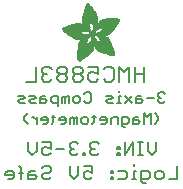
<source format=gbr>
G04 EAGLE Gerber RS-274X export*
G75*
%MOMM*%
%FSLAX34Y34*%
%LPD*%
%INSilkscreen Bottom*%
%IPPOS*%
%AMOC8*
5,1,8,0,0,1.08239X$1,22.5*%
G01*
%ADD10C,0.177800*%
%ADD11C,0.127000*%
%ADD12R,0.068600X0.007600*%
%ADD13R,0.114300X0.007600*%
%ADD14R,0.152400X0.007700*%
%ADD15R,0.182900X0.007600*%
%ADD16R,0.205700X0.007600*%
%ADD17R,0.228600X0.007600*%
%ADD18R,0.259100X0.007600*%
%ADD19R,0.274300X0.007700*%
%ADD20R,0.289500X0.007600*%
%ADD21R,0.304800X0.007600*%
%ADD22R,0.320100X0.007600*%
%ADD23R,0.342900X0.007600*%
%ADD24R,0.350500X0.007700*%
%ADD25R,0.365800X0.007600*%
%ADD26R,0.381000X0.007600*%
%ADD27R,0.388600X0.007600*%
%ADD28R,0.403800X0.007600*%
%ADD29R,0.419100X0.007700*%
%ADD30R,0.426700X0.007600*%
%ADD31R,0.441900X0.007600*%
%ADD32R,0.449600X0.007600*%
%ADD33R,0.464800X0.007600*%
%ADD34R,0.480000X0.007700*%
%ADD35R,0.487600X0.007600*%
%ADD36R,0.495300X0.007600*%
%ADD37R,0.510500X0.007600*%
%ADD38R,0.518100X0.007600*%
%ADD39R,0.525700X0.007700*%
%ADD40R,0.541000X0.007600*%
%ADD41R,0.548600X0.007600*%
%ADD42R,0.563800X0.007600*%
%ADD43R,0.571500X0.007600*%
%ADD44R,0.579100X0.007700*%
%ADD45R,0.594300X0.007600*%
%ADD46R,0.601900X0.007600*%
%ADD47R,0.609600X0.007600*%
%ADD48R,0.624800X0.007600*%
%ADD49R,0.632400X0.007700*%
%ADD50R,0.640000X0.007600*%
%ADD51R,0.655300X0.007600*%
%ADD52R,0.662900X0.007600*%
%ADD53R,0.678100X0.007600*%
%ADD54R,0.685800X0.007700*%
%ADD55R,0.693400X0.007600*%
%ADD56R,0.708600X0.007600*%
%ADD57R,0.716200X0.007600*%
%ADD58R,0.723900X0.007600*%
%ADD59R,0.739100X0.007700*%
%ADD60R,0.746700X0.007600*%
%ADD61R,0.754300X0.007600*%
%ADD62R,0.769600X0.007600*%
%ADD63R,0.777200X0.007600*%
%ADD64R,0.792400X0.007700*%
%ADD65R,0.800100X0.007600*%
%ADD66R,0.807700X0.007600*%
%ADD67R,0.822900X0.007600*%
%ADD68R,0.830500X0.007600*%
%ADD69R,0.838200X0.007700*%
%ADD70R,0.091500X0.007600*%
%ADD71R,0.853400X0.007600*%
%ADD72R,0.144700X0.007600*%
%ADD73R,0.861000X0.007600*%
%ADD74R,0.190500X0.007600*%
%ADD75R,0.876300X0.007600*%
%ADD76R,0.221000X0.007600*%
%ADD77R,0.883900X0.007600*%
%ADD78R,0.259000X0.007700*%
%ADD79R,0.891500X0.007700*%
%ADD80R,0.289600X0.007600*%
%ADD81R,0.906700X0.007600*%
%ADD82R,0.914400X0.007600*%
%ADD83R,0.350500X0.007600*%
%ADD84R,0.922000X0.007600*%
%ADD85R,0.937200X0.007600*%
%ADD86R,0.411400X0.007700*%
%ADD87R,0.944800X0.007700*%
%ADD88R,0.434300X0.007600*%
%ADD89R,0.952500X0.007600*%
%ADD90R,0.464900X0.007600*%
%ADD91R,0.967700X0.007600*%
%ADD92R,0.975300X0.007600*%
%ADD93R,0.518200X0.007600*%
%ADD94R,0.990600X0.007600*%
%ADD95R,0.548600X0.007700*%
%ADD96R,0.998200X0.007700*%
%ADD97R,1.005800X0.007600*%
%ADD98R,0.594400X0.007600*%
%ADD99R,1.021000X0.007600*%
%ADD100R,0.617200X0.007600*%
%ADD101R,1.028700X0.007600*%
%ADD102R,0.647700X0.007600*%
%ADD103R,1.036300X0.007600*%
%ADD104R,0.670500X0.007700*%
%ADD105R,1.051500X0.007700*%
%ADD106R,1.059100X0.007600*%
%ADD107R,0.716300X0.007600*%
%ADD108R,1.066800X0.007600*%
%ADD109R,0.739100X0.007600*%
%ADD110R,1.074400X0.007600*%
%ADD111R,0.762000X0.007600*%
%ADD112R,1.089600X0.007600*%
%ADD113R,0.784800X0.007700*%
%ADD114R,1.097200X0.007700*%
%ADD115R,1.104900X0.007600*%
%ADD116R,0.830600X0.007600*%
%ADD117R,1.112500X0.007600*%
%ADD118R,0.845800X0.007600*%
%ADD119R,1.120100X0.007600*%
%ADD120R,0.868700X0.007600*%
%ADD121R,1.127700X0.007600*%
%ADD122R,1.135300X0.007700*%
%ADD123R,1.143000X0.007600*%
%ADD124R,0.944900X0.007600*%
%ADD125R,1.150600X0.007600*%
%ADD126R,0.960100X0.007600*%
%ADD127R,1.158200X0.007600*%
%ADD128R,0.983000X0.007600*%
%ADD129R,1.165800X0.007600*%
%ADD130R,1.005900X0.007700*%
%ADD131R,1.173400X0.007700*%
%ADD132R,1.021100X0.007600*%
%ADD133R,1.181100X0.007600*%
%ADD134R,1.044000X0.007600*%
%ADD135R,1.188700X0.007600*%
%ADD136R,1.196300X0.007600*%
%ADD137R,1.082000X0.007600*%
%ADD138R,1.203900X0.007600*%
%ADD139R,1.104900X0.007700*%
%ADD140R,1.211500X0.007700*%
%ADD141R,1.211500X0.007600*%
%ADD142R,1.219200X0.007600*%
%ADD143R,1.226800X0.007600*%
%ADD144R,1.234400X0.007600*%
%ADD145R,1.188700X0.007700*%
%ADD146R,1.242000X0.007700*%
%ADD147R,1.242000X0.007600*%
%ADD148R,1.211600X0.007600*%
%ADD149R,1.249600X0.007600*%
%ADD150R,1.257300X0.007600*%
%ADD151R,1.264900X0.007600*%
%ADD152R,1.242100X0.007700*%
%ADD153R,1.264900X0.007700*%
%ADD154R,1.272500X0.007600*%
%ADD155R,1.265000X0.007600*%
%ADD156R,1.280100X0.007600*%
%ADD157R,1.272600X0.007600*%
%ADD158R,1.287700X0.007600*%
%ADD159R,1.287800X0.007600*%
%ADD160R,1.295400X0.007700*%
%ADD161R,1.303000X0.007600*%
%ADD162R,1.318200X0.007600*%
%ADD163R,1.310600X0.007600*%
%ADD164R,1.325900X0.007600*%
%ADD165R,1.341100X0.007700*%
%ADD166R,1.318200X0.007700*%
%ADD167R,1.341100X0.007600*%
%ADD168R,1.325800X0.007600*%
%ADD169R,1.348700X0.007600*%
%ADD170R,1.364000X0.007600*%
%ADD171R,1.333500X0.007600*%
%ADD172R,1.371600X0.007700*%
%ADD173R,1.379200X0.007600*%
%ADD174R,1.379300X0.007600*%
%ADD175R,1.386900X0.007600*%
%ADD176R,1.394500X0.007600*%
%ADD177R,1.356300X0.007600*%
%ADD178R,1.394400X0.007700*%
%ADD179R,1.356300X0.007700*%
%ADD180R,1.402000X0.007600*%
%ADD181R,1.409700X0.007600*%
%ADD182R,1.363900X0.007600*%
%ADD183R,1.417300X0.007600*%
%ADD184R,1.371600X0.007600*%
%ADD185R,1.424900X0.007700*%
%ADD186R,1.424900X0.007600*%
%ADD187R,1.432600X0.007600*%
%ADD188R,1.440200X0.007600*%
%ADD189R,1.386800X0.007600*%
%ADD190R,1.447800X0.007700*%
%ADD191R,1.386800X0.007700*%
%ADD192R,1.447800X0.007600*%
%ADD193R,1.455500X0.007600*%
%ADD194R,1.394400X0.007600*%
%ADD195R,1.463100X0.007600*%
%ADD196R,1.455400X0.007700*%
%ADD197R,1.463000X0.007600*%
%ADD198R,1.470600X0.007600*%
%ADD199R,1.470600X0.007700*%
%ADD200R,1.409700X0.007700*%
%ADD201R,1.470700X0.007600*%
%ADD202R,1.402100X0.007600*%
%ADD203R,1.478300X0.007600*%
%ADD204R,1.478300X0.007700*%
%ADD205R,1.402100X0.007700*%
%ADD206R,1.485900X0.007600*%
%ADD207R,1.485900X0.007700*%
%ADD208R,1.493500X0.007700*%
%ADD209R,1.493500X0.007600*%
%ADD210R,1.394500X0.007700*%
%ADD211R,1.493600X0.007700*%
%ADD212R,1.386900X0.007700*%
%ADD213R,1.379200X0.007700*%
%ADD214R,2.857500X0.007700*%
%ADD215R,2.857500X0.007600*%
%ADD216R,2.849900X0.007600*%
%ADD217R,2.842300X0.007600*%
%ADD218R,2.834700X0.007700*%
%ADD219R,2.827000X0.007600*%
%ADD220R,2.819400X0.007600*%
%ADD221R,2.811800X0.007600*%
%ADD222R,2.811800X0.007700*%
%ADD223R,2.804100X0.007600*%
%ADD224R,2.796500X0.007600*%
%ADD225R,1.966000X0.007600*%
%ADD226R,1.943100X0.007600*%
%ADD227R,0.754400X0.007600*%
%ADD228R,1.927900X0.007700*%
%ADD229R,0.746700X0.007700*%
%ADD230R,1.912600X0.007600*%
%ADD231R,0.731500X0.007600*%
%ADD232R,1.905000X0.007600*%
%ADD233R,1.882200X0.007600*%
%ADD234R,1.874600X0.007600*%
%ADD235R,1.866900X0.007700*%
%ADD236R,0.708700X0.007700*%
%ADD237R,1.851600X0.007600*%
%ADD238R,0.701100X0.007600*%
%ADD239R,1.844000X0.007600*%
%ADD240R,1.836400X0.007600*%
%ADD241R,1.821200X0.007600*%
%ADD242R,0.685800X0.007600*%
%ADD243R,1.813500X0.007700*%
%ADD244R,1.805900X0.007600*%
%ADD245R,0.678200X0.007600*%
%ADD246R,1.790700X0.007600*%
%ADD247R,0.670600X0.007600*%
%ADD248R,1.775500X0.007600*%
%ADD249R,1.767900X0.007700*%
%ADD250R,0.663000X0.007700*%
%ADD251R,1.760200X0.007600*%
%ADD252R,1.752600X0.007600*%
%ADD253R,0.937300X0.007600*%
%ADD254R,0.792500X0.007600*%
%ADD255R,0.899100X0.007600*%
%ADD256R,0.883900X0.007700*%
%ADD257R,0.716300X0.007700*%
%ADD258R,0.647700X0.007700*%
%ADD259R,0.640100X0.007600*%
%ADD260R,0.632500X0.007600*%
%ADD261R,0.655400X0.007600*%
%ADD262R,0.632400X0.007600*%
%ADD263R,0.845800X0.007700*%
%ADD264R,0.617200X0.007700*%
%ADD265R,0.624800X0.007700*%
%ADD266R,0.602000X0.007600*%
%ADD267R,0.838200X0.007600*%
%ADD268R,0.586700X0.007600*%
%ADD269R,0.548700X0.007600*%
%ADD270R,0.830500X0.007700*%
%ADD271R,0.541000X0.007700*%
%ADD272R,0.594300X0.007700*%
%ADD273R,0.525800X0.007600*%
%ADD274R,0.586800X0.007600*%
%ADD275R,0.815300X0.007600*%
%ADD276R,0.579200X0.007600*%
%ADD277R,0.815400X0.007600*%
%ADD278R,0.815400X0.007700*%
%ADD279R,0.571500X0.007700*%
%ADD280R,0.807800X0.007600*%
%ADD281R,0.563900X0.007600*%
%ADD282R,0.457200X0.007600*%
%ADD283R,0.442000X0.007600*%
%ADD284R,0.556300X0.007600*%
%ADD285R,0.807700X0.007700*%
%ADD286R,0.411500X0.007600*%
%ADD287R,0.533400X0.007600*%
%ADD288R,0.076200X0.007600*%
%ADD289R,0.403900X0.007600*%
%ADD290R,0.525700X0.007600*%
%ADD291R,0.388700X0.007600*%
%ADD292R,0.297200X0.007600*%
%ADD293R,0.373400X0.007700*%
%ADD294R,0.503000X0.007700*%
%ADD295R,0.426800X0.007700*%
%ADD296R,0.358100X0.007600*%
%ADD297R,0.502900X0.007600*%
%ADD298R,0.472400X0.007600*%
%ADD299R,0.487700X0.007600*%
%ADD300R,0.335300X0.007600*%
%ADD301R,0.792500X0.007700*%
%ADD302R,0.327600X0.007700*%
%ADD303R,0.472400X0.007700*%
%ADD304R,0.640000X0.007700*%
%ADD305R,0.784800X0.007600*%
%ADD306R,0.320000X0.007600*%
%ADD307R,0.792400X0.007600*%
%ADD308R,1.173400X0.007600*%
%ADD309R,1.196400X0.007600*%
%ADD310R,0.784900X0.007600*%
%ADD311R,0.784900X0.007700*%
%ADD312R,0.297200X0.007700*%
%ADD313R,1.249700X0.007600*%
%ADD314R,0.281900X0.007600*%
%ADD315R,1.295400X0.007600*%
%ADD316R,0.266700X0.007600*%
%ADD317R,0.777300X0.007700*%
%ADD318R,0.266700X0.007700*%
%ADD319R,1.333500X0.007700*%
%ADD320R,0.777300X0.007600*%
%ADD321R,1.348800X0.007600*%
%ADD322R,0.251500X0.007600*%
%ADD323R,0.243900X0.007700*%
%ADD324R,0.243900X0.007600*%
%ADD325R,1.440100X0.007600*%
%ADD326R,0.236200X0.007600*%
%ADD327R,0.762000X0.007700*%
%ADD328R,0.236200X0.007700*%
%ADD329R,1.508700X0.007700*%
%ADD330R,1.531600X0.007600*%
%ADD331R,1.546900X0.007600*%
%ADD332R,1.569700X0.007600*%
%ADD333R,1.585000X0.007600*%
%ADD334R,0.746800X0.007700*%
%ADD335R,1.607800X0.007700*%
%ADD336R,0.243800X0.007600*%
%ADD337R,1.630700X0.007600*%
%ADD338R,1.653500X0.007600*%
%ADD339R,0.739200X0.007600*%
%ADD340R,1.684000X0.007600*%
%ADD341R,2.019300X0.007600*%
%ADD342R,0.731500X0.007700*%
%ADD343R,2.026900X0.007700*%
%ADD344R,2.049800X0.007600*%
%ADD345R,2.057400X0.007600*%
%ADD346R,0.708700X0.007600*%
%ADD347R,2.072600X0.007600*%
%ADD348R,0.701000X0.007600*%
%ADD349R,2.095500X0.007600*%
%ADD350R,0.693500X0.007700*%
%ADD351R,2.110800X0.007700*%
%ADD352R,2.141200X0.007600*%
%ADD353R,0.060900X0.007600*%
%ADD354R,2.872700X0.007600*%
%ADD355R,3.124200X0.007600*%
%ADD356R,3.177600X0.007600*%
%ADD357R,3.215600X0.007700*%
%ADD358R,3.253700X0.007600*%
%ADD359R,3.284300X0.007600*%
%ADD360R,3.314700X0.007600*%
%ADD361R,3.352800X0.007600*%
%ADD362R,3.375600X0.007700*%
%ADD363R,3.406200X0.007600*%
%ADD364R,3.429000X0.007600*%
%ADD365R,3.451800X0.007600*%
%ADD366R,3.482400X0.007600*%
%ADD367R,1.828800X0.007700*%
%ADD368R,1.539300X0.007700*%
%ADD369R,1.767900X0.007600*%
%ADD370R,1.767800X0.007600*%
%ADD371R,1.760200X0.007700*%
%ADD372R,1.760300X0.007600*%
%ADD373R,1.775400X0.007700*%
%ADD374R,1.379300X0.007700*%
%ADD375R,1.783000X0.007600*%
%ADD376R,1.813500X0.007600*%
%ADD377R,1.821100X0.007700*%
%ADD378R,0.503000X0.007600*%
%ADD379R,1.135400X0.007600*%
%ADD380R,1.127700X0.007700*%
%ADD381R,0.487700X0.007700*%
%ADD382R,1.120200X0.007600*%
%ADD383R,1.097300X0.007600*%
%ADD384R,0.510600X0.007600*%
%ADD385R,1.074400X0.007700*%
%ADD386R,0.525800X0.007700*%
%ADD387R,1.440200X0.007700*%
%ADD388R,1.059200X0.007600*%
%ADD389R,1.051600X0.007600*%
%ADD390R,1.051500X0.007600*%
%ADD391R,1.043900X0.007700*%
%ADD392R,0.602000X0.007700*%
%ADD393R,1.524000X0.007600*%
%ADD394R,1.539300X0.007600*%
%ADD395R,1.592600X0.007600*%
%ADD396R,1.021100X0.007700*%
%ADD397R,1.615400X0.007700*%
%ADD398R,1.013400X0.007600*%
%ADD399R,1.653600X0.007600*%
%ADD400R,1.013500X0.007600*%
%ADD401R,1.699300X0.007600*%
%ADD402R,2.743200X0.007600*%
%ADD403R,1.005900X0.007600*%
%ADD404R,2.415500X0.007600*%
%ADD405R,1.005800X0.007700*%
%ADD406R,0.281900X0.007700*%
%ADD407R,2.408000X0.007700*%
%ADD408R,2.407900X0.007600*%
%ADD409R,0.998200X0.007600*%
%ADD410R,0.282000X0.007600*%
%ADD411R,0.998300X0.007600*%
%ADD412R,2.400300X0.007600*%
%ADD413R,0.289500X0.007700*%
%ADD414R,2.400300X0.007700*%
%ADD415R,0.297100X0.007600*%
%ADD416R,0.312400X0.007600*%
%ADD417R,2.392700X0.007600*%
%ADD418R,0.990600X0.007700*%
%ADD419R,0.327700X0.007700*%
%ADD420R,2.392700X0.007700*%
%ADD421R,2.385100X0.007600*%
%ADD422R,0.381000X0.007700*%
%ADD423R,2.377400X0.007700*%
%ADD424R,2.377400X0.007600*%
%ADD425R,2.369800X0.007600*%
%ADD426R,0.419100X0.007600*%
%ADD427R,2.362200X0.007600*%
%ADD428R,0.426800X0.007600*%
%ADD429R,1.036300X0.007700*%
%ADD430R,0.442000X0.007700*%
%ADD431R,2.354600X0.007700*%
%ADD432R,2.354600X0.007600*%
%ADD433R,0.480100X0.007600*%
%ADD434R,2.347000X0.007600*%
%ADD435R,1.074500X0.007600*%
%ADD436R,2.339400X0.007600*%
%ADD437R,1.082100X0.007700*%
%ADD438R,0.548700X0.007700*%
%ADD439R,2.331800X0.007700*%
%ADD440R,2.331800X0.007600*%
%ADD441R,0.624900X0.007600*%
%ADD442R,2.324100X0.007600*%
%ADD443R,1.859300X0.007600*%
%ADD444R,2.308800X0.007600*%
%ADD445R,2.301200X0.007700*%
%ADD446R,2.301200X0.007600*%
%ADD447R,2.293600X0.007600*%
%ADD448R,2.278400X0.007600*%
%ADD449R,1.889800X0.007600*%
%ADD450R,2.270700X0.007600*%
%ADD451R,1.897400X0.007700*%
%ADD452R,2.255500X0.007700*%
%ADD453R,1.897400X0.007600*%
%ADD454R,2.247900X0.007600*%
%ADD455R,2.232600X0.007600*%
%ADD456R,1.912700X0.007600*%
%ADD457R,2.209800X0.007600*%
%ADD458R,1.920300X0.007600*%
%ADD459R,2.186900X0.007600*%
%ADD460R,1.920300X0.007700*%
%ADD461R,2.171700X0.007700*%
%ADD462R,1.935500X0.007600*%
%ADD463R,2.148800X0.007600*%
%ADD464R,2.126000X0.007600*%
%ADD465R,1.950700X0.007600*%
%ADD466R,1.958400X0.007700*%
%ADD467R,2.042200X0.007700*%
%ADD468R,1.973600X0.007600*%
%ADD469R,1.996500X0.007600*%
%ADD470R,1.981200X0.007600*%
%ADD471R,1.988800X0.007600*%
%ADD472R,1.996400X0.007700*%
%ADD473R,1.996400X0.007600*%
%ADD474R,2.004100X0.007600*%
%ADD475R,1.874500X0.007600*%
%ADD476R,1.425000X0.007600*%
%ADD477R,2.026900X0.007600*%
%ADD478R,0.434400X0.007700*%
%ADD479R,1.364000X0.007700*%
%ADD480R,2.034500X0.007600*%
%ADD481R,0.434400X0.007600*%
%ADD482R,2.049700X0.007600*%
%ADD483R,2.065000X0.007700*%
%ADD484R,0.464800X0.007700*%
%ADD485R,1.196300X0.007700*%
%ADD486R,2.080300X0.007600*%
%ADD487R,1.158300X0.007600*%
%ADD488R,2.087900X0.007600*%
%ADD489R,0.472500X0.007600*%
%ADD490R,2.103100X0.007600*%
%ADD491R,2.118400X0.007600*%
%ADD492R,2.133600X0.007600*%
%ADD493R,2.148800X0.007700*%
%ADD494R,2.164000X0.007600*%
%ADD495R,2.171700X0.007600*%
%ADD496R,2.187000X0.007600*%
%ADD497R,0.556200X0.007600*%
%ADD498R,2.202200X0.007700*%
%ADD499R,0.556200X0.007700*%
%ADD500R,0.640100X0.007700*%
%ADD501R,0.579100X0.007600*%
%ADD502R,0.480000X0.007600*%
%ADD503R,1.752600X0.007700*%
%ADD504R,0.487600X0.007700*%
%ADD505R,0.594400X0.007700*%
%ADD506R,0.358100X0.007700*%
%ADD507R,0.099000X0.007600*%
%ADD508R,1.280200X0.007600*%
%ADD509R,1.745000X0.007600*%
%ADD510R,1.744900X0.007600*%
%ADD511R,1.737300X0.007700*%
%ADD512R,1.737400X0.007600*%
%ADD513R,1.729800X0.007600*%
%ADD514R,1.722200X0.007600*%
%ADD515R,1.722100X0.007600*%
%ADD516R,1.714500X0.007700*%
%ADD517R,1.356400X0.007700*%
%ADD518R,1.706900X0.007600*%
%ADD519R,1.356400X0.007600*%
%ADD520R,1.691700X0.007600*%
%ADD521R,1.668800X0.007700*%
%ADD522R,1.645900X0.007600*%
%ADD523R,1.623100X0.007600*%
%ADD524R,1.577400X0.007600*%
%ADD525R,1.554400X0.007600*%
%ADD526R,1.539200X0.007600*%
%ADD527R,1.524000X0.007700*%
%ADD528R,1.501100X0.007600*%
%ADD529R,1.455400X0.007600*%
%ADD530R,1.348800X0.007700*%
%ADD531R,1.318300X0.007600*%
%ADD532R,1.310600X0.007700*%
%ADD533R,1.287800X0.007700*%
%ADD534R,1.234500X0.007600*%
%ADD535R,1.226900X0.007600*%
%ADD536R,1.173500X0.007700*%
%ADD537R,1.173500X0.007600*%
%ADD538R,1.165900X0.007600*%
%ADD539R,1.143000X0.007700*%
%ADD540R,1.127800X0.007600*%
%ADD541R,1.097200X0.007600*%
%ADD542R,1.028700X0.007700*%
%ADD543R,0.982900X0.007600*%
%ADD544R,0.952500X0.007700*%
%ADD545R,0.929600X0.007600*%
%ADD546R,0.906800X0.007700*%
%ADD547R,0.906800X0.007600*%
%ADD548R,0.899200X0.007600*%
%ADD549R,0.884000X0.007600*%
%ADD550R,0.876300X0.007700*%
%ADD551R,0.830600X0.007700*%
%ADD552R,0.754400X0.007700*%
%ADD553R,0.746800X0.007600*%
%ADD554R,0.708600X0.007700*%
%ADD555R,0.678200X0.007700*%
%ADD556R,0.663000X0.007600*%
%ADD557R,0.632500X0.007700*%
%ADD558R,0.556300X0.007700*%
%ADD559R,0.518200X0.007700*%
%ADD560R,0.434300X0.007700*%
%ADD561R,0.396300X0.007700*%
%ADD562R,0.373300X0.007600*%
%ADD563R,0.365700X0.007600*%
%ADD564R,0.327700X0.007600*%
%ADD565R,0.304800X0.007700*%
%ADD566R,0.274300X0.007600*%
%ADD567R,0.243800X0.007700*%
%ADD568R,0.205800X0.007600*%
%ADD569R,0.152400X0.007600*%
%ADD570R,0.121900X0.007700*%


D10*
X143891Y71510D02*
X143891Y64223D01*
X140247Y60579D01*
X136603Y64223D01*
X136603Y71510D01*
X132197Y60579D02*
X128553Y60579D01*
X130375Y60579D02*
X130375Y71510D01*
X132197Y71510D02*
X128553Y71510D01*
X124401Y71510D02*
X124401Y60579D01*
X117114Y60579D02*
X124401Y71510D01*
X117114Y71510D02*
X117114Y60579D01*
X112707Y67867D02*
X110885Y67867D01*
X110885Y66045D01*
X112707Y66045D01*
X112707Y67867D01*
X112707Y62401D02*
X110885Y62401D01*
X110885Y60579D01*
X112707Y60579D01*
X112707Y62401D01*
X95166Y69688D02*
X93344Y71510D01*
X89701Y71510D01*
X87879Y69688D01*
X87879Y67867D01*
X89701Y66045D01*
X91522Y66045D01*
X89701Y66045D02*
X87879Y64223D01*
X87879Y62401D01*
X89701Y60579D01*
X93344Y60579D01*
X95166Y62401D01*
X83472Y62401D02*
X83472Y60579D01*
X83472Y62401D02*
X81650Y62401D01*
X81650Y60579D01*
X83472Y60579D01*
X77625Y69688D02*
X75803Y71510D01*
X72160Y71510D01*
X70338Y69688D01*
X70338Y67867D01*
X72160Y66045D01*
X73981Y66045D01*
X72160Y66045D02*
X70338Y64223D01*
X70338Y62401D01*
X72160Y60579D01*
X75803Y60579D01*
X77625Y62401D01*
X65931Y66045D02*
X58644Y66045D01*
X54237Y71510D02*
X46950Y71510D01*
X54237Y71510D02*
X54237Y66045D01*
X50594Y67867D01*
X48772Y67867D01*
X46950Y66045D01*
X46950Y62401D01*
X48772Y60579D01*
X52415Y60579D01*
X54237Y62401D01*
X42543Y64223D02*
X42543Y71510D01*
X42543Y64223D02*
X38900Y60579D01*
X35256Y64223D01*
X35256Y71510D01*
X161671Y51190D02*
X161671Y40259D01*
X154383Y40259D01*
X148155Y40259D02*
X144511Y40259D01*
X142690Y42081D01*
X142690Y45725D01*
X144511Y47547D01*
X148155Y47547D01*
X149977Y45725D01*
X149977Y42081D01*
X148155Y40259D01*
X134639Y36615D02*
X132817Y36615D01*
X130996Y38437D01*
X130996Y47547D01*
X136461Y47547D01*
X138283Y45725D01*
X138283Y42081D01*
X136461Y40259D01*
X130996Y40259D01*
X126589Y47547D02*
X124767Y47547D01*
X124767Y40259D01*
X126589Y40259D02*
X122945Y40259D01*
X124767Y51190D02*
X124767Y53012D01*
X116971Y47547D02*
X111506Y47547D01*
X116971Y47547D02*
X118793Y45725D01*
X118793Y42081D01*
X116971Y40259D01*
X111506Y40259D01*
X107099Y47547D02*
X105277Y47547D01*
X105277Y45725D01*
X107099Y45725D01*
X107099Y47547D01*
X107099Y42081D02*
X105277Y42081D01*
X105277Y40259D01*
X107099Y40259D01*
X107099Y42081D01*
X89558Y51190D02*
X82271Y51190D01*
X89558Y51190D02*
X89558Y45725D01*
X85914Y47547D01*
X84093Y47547D01*
X82271Y45725D01*
X82271Y42081D01*
X84093Y40259D01*
X87736Y40259D01*
X89558Y42081D01*
X77864Y43903D02*
X77864Y51190D01*
X77864Y43903D02*
X74221Y40259D01*
X70577Y43903D01*
X70577Y51190D01*
X49011Y51190D02*
X47189Y49368D01*
X49011Y51190D02*
X52654Y51190D01*
X54476Y49368D01*
X54476Y47547D01*
X52654Y45725D01*
X49011Y45725D01*
X47189Y43903D01*
X47189Y42081D01*
X49011Y40259D01*
X52654Y40259D01*
X54476Y42081D01*
X40960Y47547D02*
X37317Y47547D01*
X35495Y45725D01*
X35495Y40259D01*
X40960Y40259D01*
X42782Y42081D01*
X40960Y43903D01*
X35495Y43903D01*
X29267Y40259D02*
X29267Y49368D01*
X27445Y51190D01*
X27445Y45725D02*
X31088Y45725D01*
X21471Y40259D02*
X17827Y40259D01*
X21471Y40259D02*
X23292Y42081D01*
X23292Y45725D01*
X21471Y47547D01*
X17827Y47547D01*
X16005Y45725D01*
X16005Y43903D01*
X23292Y43903D01*
X133731Y122809D02*
X133731Y135266D01*
X133731Y129037D02*
X125427Y129037D01*
X125427Y122809D02*
X125427Y135266D01*
X120634Y135266D02*
X120634Y122809D01*
X116482Y131113D02*
X120634Y135266D01*
X116482Y131113D02*
X112329Y135266D01*
X112329Y122809D01*
X101308Y135266D02*
X99232Y133190D01*
X101308Y135266D02*
X105460Y135266D01*
X107537Y133190D01*
X107537Y124885D01*
X105460Y122809D01*
X101308Y122809D01*
X99232Y124885D01*
X94439Y135266D02*
X86135Y135266D01*
X94439Y135266D02*
X94439Y129037D01*
X90287Y131113D01*
X88211Y131113D01*
X86135Y129037D01*
X86135Y124885D01*
X88211Y122809D01*
X92363Y122809D01*
X94439Y124885D01*
X81342Y133190D02*
X79266Y135266D01*
X75114Y135266D01*
X73038Y133190D01*
X73038Y131113D01*
X75114Y129037D01*
X73038Y126961D01*
X73038Y124885D01*
X75114Y122809D01*
X79266Y122809D01*
X81342Y124885D01*
X81342Y126961D01*
X79266Y129037D01*
X81342Y131113D01*
X81342Y133190D01*
X79266Y129037D02*
X75114Y129037D01*
X68245Y133190D02*
X66169Y135266D01*
X62016Y135266D01*
X59940Y133190D01*
X59940Y131113D01*
X62016Y129037D01*
X59940Y126961D01*
X59940Y124885D01*
X62016Y122809D01*
X66169Y122809D01*
X68245Y124885D01*
X68245Y126961D01*
X66169Y129037D01*
X68245Y131113D01*
X68245Y133190D01*
X66169Y129037D02*
X62016Y129037D01*
X55148Y133190D02*
X53071Y135266D01*
X48919Y135266D01*
X46843Y133190D01*
X46843Y131113D01*
X48919Y129037D01*
X50995Y129037D01*
X48919Y129037D02*
X46843Y126961D01*
X46843Y124885D01*
X48919Y122809D01*
X53071Y122809D01*
X55148Y124885D01*
X42050Y122809D02*
X42050Y135266D01*
X42050Y122809D02*
X33746Y122809D01*
D11*
X149439Y113673D02*
X150922Y112190D01*
X149439Y113673D02*
X146473Y113673D01*
X144990Y112190D01*
X144990Y110707D01*
X146473Y109224D01*
X147956Y109224D01*
X146473Y109224D02*
X144990Y107741D01*
X144990Y106258D01*
X146473Y104775D01*
X149439Y104775D01*
X150922Y106258D01*
X141567Y109224D02*
X135635Y109224D01*
X130729Y110707D02*
X127763Y110707D01*
X126280Y109224D01*
X126280Y104775D01*
X130729Y104775D01*
X132212Y106258D01*
X130729Y107741D01*
X126280Y107741D01*
X122857Y110707D02*
X116925Y104775D01*
X122857Y104775D02*
X116925Y110707D01*
X113501Y110707D02*
X112019Y110707D01*
X112019Y104775D01*
X113501Y104775D02*
X110536Y104775D01*
X112019Y113673D02*
X112019Y115156D01*
X107265Y104775D02*
X102816Y104775D01*
X101333Y106258D01*
X102816Y107741D01*
X105782Y107741D01*
X107265Y109224D01*
X105782Y110707D01*
X101333Y110707D01*
X84105Y113673D02*
X82623Y112190D01*
X84105Y113673D02*
X87071Y113673D01*
X88554Y112190D01*
X88554Y106258D01*
X87071Y104775D01*
X84105Y104775D01*
X82623Y106258D01*
X77716Y104775D02*
X74750Y104775D01*
X73267Y106258D01*
X73267Y109224D01*
X74750Y110707D01*
X77716Y110707D01*
X79199Y109224D01*
X79199Y106258D01*
X77716Y104775D01*
X69844Y104775D02*
X69844Y110707D01*
X68361Y110707D01*
X66878Y109224D01*
X66878Y104775D01*
X66878Y109224D02*
X65395Y110707D01*
X63912Y109224D01*
X63912Y104775D01*
X60489Y101809D02*
X60489Y110707D01*
X56040Y110707D01*
X54557Y109224D01*
X54557Y106258D01*
X56040Y104775D01*
X60489Y104775D01*
X49651Y110707D02*
X46685Y110707D01*
X45202Y109224D01*
X45202Y104775D01*
X49651Y104775D01*
X51134Y106258D01*
X49651Y107741D01*
X45202Y107741D01*
X41778Y104775D02*
X37330Y104775D01*
X35847Y106258D01*
X37330Y107741D01*
X40295Y107741D01*
X41778Y109224D01*
X40295Y110707D01*
X35847Y110707D01*
X32423Y104775D02*
X27974Y104775D01*
X26491Y106258D01*
X27974Y107741D01*
X30940Y107741D01*
X32423Y109224D01*
X30940Y110707D01*
X26491Y110707D01*
X142499Y86995D02*
X145465Y89961D01*
X145465Y92927D01*
X142499Y95893D01*
X139228Y95893D02*
X139228Y86995D01*
X136262Y92927D02*
X139228Y95893D01*
X136262Y92927D02*
X133296Y95893D01*
X133296Y86995D01*
X128390Y92927D02*
X125424Y92927D01*
X123941Y91444D01*
X123941Y86995D01*
X128390Y86995D01*
X129873Y88478D01*
X128390Y89961D01*
X123941Y89961D01*
X117552Y84029D02*
X116069Y84029D01*
X114586Y85512D01*
X114586Y92927D01*
X119035Y92927D01*
X120518Y91444D01*
X120518Y88478D01*
X119035Y86995D01*
X114586Y86995D01*
X111163Y86995D02*
X111163Y92927D01*
X106714Y92927D01*
X105231Y91444D01*
X105231Y86995D01*
X100325Y86995D02*
X97359Y86995D01*
X100325Y86995D02*
X101807Y88478D01*
X101807Y91444D01*
X100325Y92927D01*
X97359Y92927D01*
X95876Y91444D01*
X95876Y89961D01*
X101807Y89961D01*
X90969Y88478D02*
X90969Y94410D01*
X90969Y88478D02*
X89486Y86995D01*
X89486Y92927D02*
X92452Y92927D01*
X84733Y86995D02*
X81767Y86995D01*
X80284Y88478D01*
X80284Y91444D01*
X81767Y92927D01*
X84733Y92927D01*
X86215Y91444D01*
X86215Y88478D01*
X84733Y86995D01*
X76860Y86995D02*
X76860Y92927D01*
X75377Y92927D01*
X73894Y91444D01*
X73894Y86995D01*
X73894Y91444D02*
X72412Y92927D01*
X70929Y91444D01*
X70929Y86995D01*
X66022Y86995D02*
X63056Y86995D01*
X66022Y86995D02*
X67505Y88478D01*
X67505Y91444D01*
X66022Y92927D01*
X63056Y92927D01*
X61573Y91444D01*
X61573Y89961D01*
X67505Y89961D01*
X56667Y88478D02*
X56667Y94410D01*
X56667Y88478D02*
X55184Y86995D01*
X55184Y92927D02*
X58150Y92927D01*
X50430Y86995D02*
X47464Y86995D01*
X50430Y86995D02*
X51913Y88478D01*
X51913Y91444D01*
X50430Y92927D01*
X47464Y92927D01*
X45981Y91444D01*
X45981Y89961D01*
X51913Y89961D01*
X42558Y86995D02*
X42558Y92927D01*
X42558Y89961D02*
X39592Y92927D01*
X38109Y92927D01*
X34762Y86995D02*
X31796Y89961D01*
X31796Y92927D01*
X34762Y95893D01*
D12*
X78892Y139700D03*
D13*
X78893Y139776D03*
D14*
X78930Y139853D03*
D15*
X78931Y139929D03*
D16*
X78893Y140005D03*
D17*
X78930Y140081D03*
D18*
X78931Y140157D03*
D19*
X78931Y140234D03*
D20*
X78931Y140310D03*
D21*
X79007Y140386D03*
D22*
X79007Y140462D03*
D23*
X79045Y140538D03*
D24*
X79083Y140615D03*
D25*
X79083Y140691D03*
D26*
X79159Y140767D03*
D27*
X79197Y140843D03*
D28*
X79197Y140919D03*
D29*
X79274Y140996D03*
D30*
X79312Y141072D03*
D31*
X79388Y141148D03*
D32*
X79426Y141224D03*
D33*
X79426Y141300D03*
D34*
X79502Y141377D03*
D35*
X79540Y141453D03*
D36*
X79579Y141529D03*
D37*
X79655Y141605D03*
D38*
X79693Y141681D03*
D39*
X79731Y141758D03*
D40*
X79807Y141834D03*
D41*
X79845Y141910D03*
D42*
X79921Y141986D03*
D43*
X79960Y142062D03*
D44*
X79998Y142139D03*
D45*
X80074Y142215D03*
D46*
X80112Y142291D03*
D47*
X80150Y142367D03*
D48*
X80226Y142443D03*
D49*
X80264Y142520D03*
D50*
X80302Y142596D03*
D51*
X80379Y142672D03*
D52*
X80417Y142748D03*
D53*
X80493Y142824D03*
D54*
X80531Y142901D03*
D55*
X80569Y142977D03*
D56*
X80645Y143053D03*
D57*
X80683Y143129D03*
D58*
X80722Y143205D03*
D59*
X80798Y143282D03*
D60*
X80836Y143358D03*
D61*
X80874Y143434D03*
D62*
X80950Y143510D03*
D63*
X80988Y143586D03*
D64*
X81064Y143663D03*
D65*
X81103Y143739D03*
D66*
X81141Y143815D03*
D67*
X81217Y143891D03*
D68*
X81255Y143967D03*
D69*
X81293Y144044D03*
D70*
X106820Y144120D03*
D71*
X81369Y144120D03*
D72*
X106782Y144196D03*
D73*
X81407Y144196D03*
D74*
X106706Y144272D03*
D75*
X81484Y144272D03*
D76*
X106629Y144348D03*
D77*
X81522Y144348D03*
D78*
X106591Y144425D03*
D79*
X81560Y144425D03*
D80*
X106515Y144501D03*
D81*
X81636Y144501D03*
D22*
X106439Y144577D03*
D82*
X81674Y144577D03*
D83*
X106363Y144653D03*
D84*
X81712Y144653D03*
D26*
X106286Y144729D03*
D85*
X81788Y144729D03*
D86*
X106210Y144806D03*
D87*
X81826Y144806D03*
D88*
X106096Y144882D03*
D89*
X81865Y144882D03*
D90*
X106020Y144958D03*
D91*
X81941Y144958D03*
D36*
X105944Y145034D03*
D92*
X81979Y145034D03*
D93*
X105829Y145110D03*
D94*
X82055Y145110D03*
D95*
X105753Y145187D03*
D96*
X82093Y145187D03*
D43*
X105639Y145263D03*
D97*
X82131Y145263D03*
D98*
X105524Y145339D03*
D99*
X82207Y145339D03*
D100*
X105410Y145415D03*
D101*
X82246Y145415D03*
D102*
X105334Y145491D03*
D103*
X82284Y145491D03*
D104*
X105220Y145568D03*
D105*
X82360Y145568D03*
D55*
X105105Y145644D03*
D106*
X82398Y145644D03*
D107*
X104991Y145720D03*
D108*
X82436Y145720D03*
D109*
X104877Y145796D03*
D110*
X82474Y145796D03*
D111*
X104762Y145872D03*
D112*
X82550Y145872D03*
D113*
X104648Y145949D03*
D114*
X82588Y145949D03*
D66*
X104534Y146025D03*
D115*
X82627Y146025D03*
D116*
X104419Y146101D03*
D117*
X82665Y146101D03*
D118*
X104267Y146177D03*
D119*
X82703Y146177D03*
D120*
X104153Y146253D03*
D121*
X82741Y146253D03*
D79*
X104039Y146330D03*
D122*
X82779Y146330D03*
D84*
X103886Y146406D03*
D123*
X82817Y146406D03*
D124*
X103772Y146482D03*
D125*
X82855Y146482D03*
D126*
X103620Y146558D03*
D127*
X82893Y146558D03*
D128*
X103505Y146634D03*
D129*
X82931Y146634D03*
D130*
X103391Y146711D03*
D131*
X82969Y146711D03*
D132*
X103239Y146787D03*
D133*
X83008Y146787D03*
D134*
X103124Y146863D03*
D135*
X83046Y146863D03*
D108*
X103010Y146939D03*
D136*
X83084Y146939D03*
D137*
X102857Y147015D03*
D138*
X83122Y147015D03*
D139*
X102743Y147092D03*
D140*
X83160Y147092D03*
D119*
X102667Y147168D03*
D141*
X83160Y147168D03*
D123*
X102552Y147244D03*
D142*
X83198Y147244D03*
D125*
X102438Y147320D03*
D143*
X83236Y147320D03*
D129*
X102362Y147396D03*
D144*
X83274Y147396D03*
D145*
X102248Y147473D03*
D146*
X83312Y147473D03*
D136*
X102134Y147549D03*
D147*
X83312Y147549D03*
D148*
X102057Y147625D03*
D149*
X83350Y147625D03*
D143*
X101981Y147701D03*
D150*
X83389Y147701D03*
D143*
X101905Y147777D03*
D151*
X83427Y147777D03*
D152*
X101829Y147854D03*
D153*
X83427Y147854D03*
D150*
X101753Y147930D03*
D154*
X83465Y147930D03*
D155*
X101638Y148006D03*
D156*
X83503Y148006D03*
D157*
X101600Y148082D03*
D158*
X83541Y148082D03*
D159*
X101524Y148158D03*
D158*
X83541Y148158D03*
D160*
X101409Y148235D03*
X83579Y148235D03*
D161*
X101371Y148311D03*
X83617Y148311D03*
D162*
X101295Y148387D03*
D161*
X83617Y148387D03*
D162*
X101219Y148463D03*
D163*
X83655Y148463D03*
D164*
X101181Y148539D03*
D163*
X83655Y148539D03*
D165*
X101105Y148616D03*
D166*
X83693Y148616D03*
D167*
X101029Y148692D03*
D168*
X83731Y148692D03*
D169*
X100991Y148768D03*
D168*
X83731Y148768D03*
D170*
X100914Y148844D03*
D171*
X83770Y148844D03*
D170*
X100838Y148920D03*
D171*
X83770Y148920D03*
D172*
X100800Y148997D03*
D165*
X83808Y148997D03*
D173*
X100762Y149073D03*
D167*
X83808Y149073D03*
D174*
X100686Y149149D03*
D169*
X83846Y149149D03*
D175*
X100648Y149225D03*
D169*
X83846Y149225D03*
D176*
X100610Y149301D03*
D177*
X83884Y149301D03*
D178*
X100533Y149378D03*
D179*
X83884Y149378D03*
D180*
X100495Y149454D03*
D177*
X83884Y149454D03*
D181*
X100457Y149530D03*
D182*
X83922Y149530D03*
D181*
X100381Y149606D03*
D182*
X83922Y149606D03*
D183*
X100343Y149682D03*
D184*
X83960Y149682D03*
D185*
X100305Y149759D03*
D172*
X83960Y149759D03*
D186*
X100229Y149835D03*
D184*
X83960Y149835D03*
D187*
X100190Y149911D03*
D173*
X83998Y149911D03*
D188*
X100152Y149987D03*
D173*
X83998Y149987D03*
D188*
X100076Y150063D03*
D189*
X84036Y150063D03*
D190*
X100038Y150140D03*
D191*
X84036Y150140D03*
D192*
X100038Y150216D03*
D189*
X84036Y150216D03*
D192*
X99962Y150292D03*
D189*
X84036Y150292D03*
D193*
X99924Y150368D03*
D194*
X84074Y150368D03*
D195*
X99886Y150444D03*
D194*
X84074Y150444D03*
D196*
X99847Y150521D03*
D178*
X84074Y150521D03*
D197*
X99809Y150597D03*
D180*
X84112Y150597D03*
D198*
X99771Y150673D03*
D180*
X84112Y150673D03*
D197*
X99733Y150749D03*
D180*
X84112Y150749D03*
D198*
X99695Y150825D03*
D180*
X84112Y150825D03*
D199*
X99695Y150902D03*
D200*
X84151Y150902D03*
D201*
X99619Y150978D03*
D202*
X84189Y150978D03*
D203*
X99581Y151054D03*
D202*
X84189Y151054D03*
D203*
X99581Y151130D03*
D202*
X84189Y151130D03*
D203*
X99505Y151206D03*
D202*
X84189Y151206D03*
D204*
X99505Y151283D03*
D205*
X84189Y151283D03*
D206*
X99467Y151359D03*
D181*
X84227Y151359D03*
D203*
X99429Y151435D03*
D181*
X84227Y151435D03*
D206*
X99391Y151511D03*
D181*
X84227Y151511D03*
D206*
X99391Y151587D03*
D181*
X84227Y151587D03*
D207*
X99314Y151664D03*
D200*
X84227Y151664D03*
D206*
X99314Y151740D03*
D181*
X84227Y151740D03*
D206*
X99314Y151816D03*
D181*
X84227Y151816D03*
D206*
X99238Y151892D03*
D202*
X84265Y151892D03*
D206*
X99238Y151968D03*
D202*
X84265Y151968D03*
D208*
X99200Y152045D03*
D205*
X84265Y152045D03*
D206*
X99162Y152121D03*
D202*
X84265Y152121D03*
D206*
X99162Y152197D03*
D202*
X84265Y152197D03*
D209*
X99124Y152273D03*
D202*
X84265Y152273D03*
D206*
X99086Y152349D03*
D202*
X84265Y152349D03*
D207*
X99086Y152426D03*
D210*
X84303Y152426D03*
D209*
X99048Y152502D03*
D176*
X84303Y152502D03*
D206*
X99010Y152578D03*
D176*
X84303Y152578D03*
D206*
X99010Y152654D03*
D176*
X84303Y152654D03*
D206*
X99010Y152730D03*
D176*
X84303Y152730D03*
D211*
X98971Y152807D03*
D212*
X84341Y152807D03*
D206*
X98933Y152883D03*
D175*
X84341Y152883D03*
D206*
X98933Y152959D03*
D175*
X84341Y152959D03*
D209*
X98895Y153035D03*
D175*
X84341Y153035D03*
D206*
X98857Y153111D03*
D173*
X84379Y153111D03*
D207*
X98857Y153188D03*
D213*
X84379Y153188D03*
D209*
X98819Y153264D03*
D173*
X84379Y153264D03*
D206*
X98781Y153340D03*
D173*
X84379Y153340D03*
D206*
X98781Y153416D03*
D184*
X84417Y153416D03*
D206*
X98781Y153492D03*
D184*
X84417Y153492D03*
D214*
X91847Y153569D03*
D215*
X91847Y153645D03*
D216*
X91885Y153721D03*
D217*
X91847Y153797D03*
X91847Y153873D03*
D218*
X91885Y153950D03*
D219*
X91846Y154026D03*
X91846Y154102D03*
D220*
X91884Y154178D03*
D221*
X91846Y154254D03*
D222*
X91846Y154331D03*
D223*
X91885Y154407D03*
D224*
X91847Y154483D03*
D225*
X95999Y154559D03*
D62*
X81788Y154559D03*
D226*
X96114Y154635D03*
D227*
X81712Y154635D03*
D228*
X96114Y154712D03*
D229*
X81674Y154712D03*
D230*
X96190Y154788D03*
D231*
X81674Y154788D03*
D232*
X96228Y154864D03*
D231*
X81674Y154864D03*
D233*
X96266Y154940D03*
D107*
X81674Y154940D03*
D234*
X96304Y155016D03*
D107*
X81674Y155016D03*
D235*
X96343Y155093D03*
D236*
X81712Y155093D03*
D237*
X96342Y155169D03*
D238*
X81674Y155169D03*
D239*
X96380Y155245D03*
D55*
X81712Y155245D03*
D240*
X96418Y155321D03*
D55*
X81712Y155321D03*
D241*
X96418Y155397D03*
D242*
X81750Y155397D03*
D243*
X96457Y155474D03*
D54*
X81750Y155474D03*
D244*
X96495Y155550D03*
D245*
X81788Y155550D03*
D246*
X96495Y155626D03*
D245*
X81788Y155626D03*
D246*
X96495Y155702D03*
D247*
X81826Y155702D03*
D248*
X96495Y155778D03*
D247*
X81826Y155778D03*
D249*
X96533Y155855D03*
D250*
X81864Y155855D03*
D251*
X96571Y155931D03*
D51*
X81903Y155931D03*
D252*
X96533Y156007D03*
D51*
X81903Y156007D03*
D253*
X100610Y156083D03*
D254*
X91809Y156083D03*
D102*
X81941Y156083D03*
D255*
X100724Y156159D03*
D109*
X91618Y156159D03*
D102*
X82017Y156159D03*
D256*
X100800Y156236D03*
D257*
X91504Y156236D03*
D258*
X82017Y156236D03*
D120*
X100800Y156312D03*
D55*
X91465Y156312D03*
D259*
X82055Y156312D03*
D120*
X100800Y156388D03*
D247*
X91427Y156388D03*
D260*
X82093Y156388D03*
D71*
X100800Y156464D03*
D261*
X91351Y156464D03*
D48*
X82131Y156464D03*
D71*
X100800Y156540D03*
D262*
X91313Y156540D03*
D48*
X82131Y156540D03*
D263*
X100762Y156617D03*
D264*
X91237Y156617D03*
D265*
X82207Y156617D03*
D118*
X100762Y156693D03*
D266*
X91237Y156693D03*
D100*
X82245Y156693D03*
D267*
X100724Y156769D03*
D268*
X91161Y156769D03*
D47*
X82283Y156769D03*
D267*
X100724Y156845D03*
D43*
X91161Y156845D03*
D266*
X82321Y156845D03*
D68*
X100686Y156921D03*
D269*
X91123Y156921D03*
D46*
X82398Y156921D03*
D270*
X100686Y156998D03*
D271*
X91084Y156998D03*
D272*
X82436Y156998D03*
D67*
X100648Y157074D03*
D273*
X91084Y157074D03*
D268*
X82474Y157074D03*
D67*
X100648Y157150D03*
D93*
X91046Y157150D03*
D274*
X82550Y157150D03*
D275*
X100610Y157226D03*
D36*
X91009Y157226D03*
D276*
X82588Y157226D03*
D277*
X100533Y157302D03*
D35*
X90970Y157302D03*
D43*
X82627Y157302D03*
D278*
X100533Y157379D03*
D34*
X90932Y157379D03*
D279*
X82703Y157379D03*
D280*
X100495Y157455D03*
D33*
X90932Y157455D03*
D281*
X82741Y157455D03*
D277*
X100457Y157531D03*
D282*
X90894Y157531D03*
D281*
X82817Y157531D03*
D66*
X100419Y157607D03*
D283*
X90894Y157607D03*
D284*
X82855Y157607D03*
D65*
X100381Y157683D03*
D88*
X90856Y157683D03*
D40*
X82931Y157683D03*
D285*
X100343Y157760D03*
D29*
X90856Y157760D03*
D271*
X83007Y157760D03*
D65*
X100305Y157836D03*
D286*
X90818Y157836D03*
D287*
X83045Y157836D03*
D288*
X78092Y157836D03*
D65*
X100229Y157912D03*
D289*
X90780Y157912D03*
D290*
X83160Y157912D03*
D76*
X78054Y157912D03*
D65*
X100229Y157988D03*
D291*
X90780Y157988D03*
D38*
X83198Y157988D03*
D292*
X78054Y157988D03*
D65*
X100153Y158064D03*
D26*
X90741Y158064D03*
D93*
X83274Y158064D03*
D25*
X78016Y158064D03*
D64*
X100114Y158141D03*
D293*
X90703Y158141D03*
D294*
X83350Y158141D03*
D295*
X78016Y158141D03*
D254*
X100038Y158217D03*
D296*
X90704Y158217D03*
D297*
X83427Y158217D03*
D298*
X78016Y158217D03*
D65*
X100000Y158293D03*
D296*
X90704Y158293D03*
D299*
X83503Y158293D03*
D93*
X78016Y158293D03*
D254*
X99962Y158369D03*
D83*
X90666Y158369D03*
D299*
X83579Y158369D03*
D42*
X78016Y158369D03*
D254*
X99886Y158445D03*
D300*
X90666Y158445D03*
D298*
X83655Y158445D03*
D266*
X77978Y158445D03*
D301*
X99810Y158522D03*
D302*
X90627Y158522D03*
D303*
X83731Y158522D03*
D304*
X78016Y158522D03*
D305*
X99771Y158598D03*
D306*
X90589Y158598D03*
D282*
X83807Y158598D03*
D242*
X78016Y158598D03*
D307*
X99733Y158674D03*
D306*
X90589Y158674D03*
D308*
X80302Y158674D03*
D254*
X99657Y158750D03*
D21*
X90589Y158750D03*
D309*
X80264Y158750D03*
D310*
X99619Y158826D03*
D292*
X90551Y158826D03*
D148*
X80188Y158826D03*
D311*
X99543Y158903D03*
D312*
X90551Y158903D03*
D152*
X80112Y158903D03*
D310*
X99467Y158979D03*
D80*
X90513Y158979D03*
D313*
X80074Y158979D03*
D305*
X99390Y159055D03*
D314*
X90475Y159055D03*
D154*
X80036Y159055D03*
D305*
X99314Y159131D03*
D314*
X90475Y159131D03*
D315*
X79997Y159131D03*
D63*
X99276Y159207D03*
D316*
X90475Y159207D03*
D163*
X79921Y159207D03*
D317*
X99200Y159284D03*
D318*
X90475Y159284D03*
D319*
X79883Y159284D03*
D320*
X99124Y159360D03*
D18*
X90437Y159360D03*
D321*
X79883Y159360D03*
D63*
X99047Y159436D03*
D18*
X90437Y159436D03*
D184*
X79845Y159436D03*
D63*
X98971Y159512D03*
D322*
X90399Y159512D03*
D175*
X79769Y159512D03*
D63*
X98895Y159588D03*
D322*
X90399Y159588D03*
D202*
X79769Y159588D03*
D317*
X98819Y159665D03*
D323*
X90361Y159665D03*
D185*
X79731Y159665D03*
D62*
X98704Y159741D03*
D324*
X90361Y159741D03*
D325*
X79731Y159741D03*
D62*
X98628Y159817D03*
D326*
X90322Y159817D03*
D193*
X79731Y159817D03*
D62*
X98552Y159893D03*
D326*
X90322Y159893D03*
D203*
X79693Y159893D03*
D62*
X98476Y159969D03*
D17*
X90284Y159969D03*
D209*
X79693Y159969D03*
D327*
X98361Y160046D03*
D328*
X90246Y160046D03*
D329*
X79693Y160046D03*
D111*
X98285Y160122D03*
D326*
X90246Y160122D03*
D330*
X79654Y160122D03*
D111*
X98133Y160198D03*
D326*
X90246Y160198D03*
D331*
X79655Y160198D03*
D111*
X98057Y160274D03*
D17*
X90208Y160274D03*
D332*
X79617Y160274D03*
D227*
X97942Y160350D03*
D326*
X90170Y160350D03*
D333*
X79616Y160350D03*
D334*
X97828Y160427D03*
D328*
X90170Y160427D03*
D335*
X79654Y160427D03*
D60*
X97676Y160503D03*
D336*
X90132Y160503D03*
D337*
X79617Y160503D03*
D60*
X97600Y160579D03*
D322*
X90094Y160579D03*
D338*
X79655Y160579D03*
D339*
X97409Y160655D03*
D316*
X90018Y160655D03*
D340*
X79654Y160655D03*
D231*
X97295Y160731D03*
D341*
X81255Y160731D03*
D342*
X97143Y160808D03*
D343*
X81217Y160808D03*
D58*
X96952Y160884D03*
D344*
X81178Y160884D03*
D107*
X96762Y160960D03*
D345*
X81140Y160960D03*
D346*
X96571Y161036D03*
D347*
X81140Y161036D03*
D348*
X96380Y161112D03*
D349*
X81103Y161112D03*
D350*
X96114Y161189D03*
D351*
X81102Y161189D03*
D55*
X95885Y161265D03*
D352*
X81102Y161265D03*
D353*
X100343Y161341D03*
D354*
X84684Y161341D03*
D355*
X85865Y161417D03*
D356*
X85979Y161493D03*
D357*
X86093Y161570D03*
D358*
X86132Y161646D03*
D359*
X86208Y161722D03*
D360*
X86284Y161798D03*
D361*
X86322Y161874D03*
D362*
X86360Y161951D03*
D363*
X86360Y162027D03*
D364*
X86398Y162103D03*
D365*
X86436Y162179D03*
D366*
X86436Y162255D03*
D367*
X94856Y162332D03*
D368*
X76645Y162332D03*
D246*
X95200Y162408D03*
D206*
X76302Y162408D03*
D369*
X95390Y162484D03*
D197*
X76035Y162484D03*
D370*
X95542Y162560D03*
D188*
X75844Y162560D03*
D369*
X95695Y162636D03*
D186*
X75616Y162636D03*
D371*
X95809Y162713D03*
D200*
X75464Y162713D03*
D251*
X95961Y162789D03*
D194*
X75311Y162789D03*
D251*
X96037Y162865D03*
D176*
X75159Y162865D03*
D372*
X96114Y162941D03*
D189*
X75044Y162941D03*
D248*
X96190Y163017D03*
D173*
X74854Y163017D03*
D373*
X96266Y163094D03*
D374*
X74778Y163094D03*
D375*
X96304Y163170D03*
D184*
X74663Y163170D03*
D246*
X96343Y163246D03*
D184*
X74511Y163246D03*
D244*
X96419Y163322D03*
D184*
X74435Y163322D03*
D376*
X96457Y163398D03*
D170*
X74320Y163398D03*
D377*
X96495Y163475D03*
D172*
X74206Y163475D03*
D142*
X99581Y163551D03*
D290*
X90018Y163551D03*
D184*
X74130Y163551D03*
D133*
X99848Y163627D03*
D378*
X89827Y163627D03*
D174*
X74016Y163627D03*
D127*
X100038Y163703D03*
D299*
X89751Y163703D03*
D173*
X73939Y163703D03*
D379*
X100228Y163779D03*
D299*
X89675Y163779D03*
D189*
X73901Y163779D03*
D380*
X100343Y163856D03*
D381*
X89599Y163856D03*
D178*
X73787Y163856D03*
D382*
X100533Y163932D03*
D36*
X89561Y163932D03*
D176*
X73711Y163932D03*
D117*
X100648Y164008D03*
D36*
X89485Y164008D03*
D181*
X73635Y164008D03*
D383*
X100800Y164084D03*
D378*
X89446Y164084D03*
D183*
X73597Y164084D03*
D137*
X100876Y164160D03*
D384*
X89408Y164160D03*
D186*
X73559Y164160D03*
D385*
X100990Y164237D03*
D386*
X89332Y164237D03*
D387*
X73482Y164237D03*
D108*
X101105Y164313D03*
D287*
X89294Y164313D03*
D192*
X73444Y164313D03*
D388*
X101219Y164389D03*
D269*
X89218Y164389D03*
D197*
X73368Y164389D03*
D389*
X101333Y164465D03*
D281*
X89142Y164465D03*
D201*
X73330Y164465D03*
D390*
X101410Y164541D03*
D276*
X89065Y164541D03*
D206*
X73330Y164541D03*
D391*
X101524Y164618D03*
D392*
X89027Y164618D03*
D329*
X73292Y164618D03*
D134*
X101600Y164694D03*
D100*
X88951Y164694D03*
D393*
X73292Y164694D03*
D103*
X101715Y164770D03*
D102*
X88875Y164770D03*
D394*
X73292Y164770D03*
D103*
X101791Y164846D03*
D247*
X88760Y164846D03*
D332*
X73292Y164846D03*
D132*
X101867Y164922D03*
D348*
X88684Y164922D03*
D395*
X73330Y164922D03*
D396*
X101943Y164999D03*
D59*
X88570Y164999D03*
D397*
X73368Y164999D03*
D398*
X102057Y165075D03*
D63*
X88379Y165075D03*
D399*
X73406Y165075D03*
D400*
X102134Y165151D03*
D116*
X88189Y165151D03*
D401*
X73559Y165151D03*
D400*
X102210Y165227D03*
D402*
X78702Y165227D03*
D403*
X102248Y165303D03*
D80*
X91046Y165303D03*
D404*
X76988Y165303D03*
D405*
X102324Y165380D03*
D406*
X91161Y165380D03*
D407*
X76873Y165380D03*
D97*
X102400Y165456D03*
D314*
X91237Y165456D03*
D408*
X76797Y165456D03*
D409*
X102438Y165532D03*
D410*
X91313Y165532D03*
D408*
X76721Y165532D03*
D409*
X102514Y165608D03*
D80*
X91351Y165608D03*
D408*
X76645Y165608D03*
D411*
X102591Y165684D03*
D80*
X91427Y165684D03*
D412*
X76607Y165684D03*
D96*
X102667Y165761D03*
D413*
X91504Y165761D03*
D414*
X76531Y165761D03*
D94*
X102705Y165837D03*
D415*
X91542Y165837D03*
D412*
X76454Y165837D03*
D94*
X102781Y165913D03*
D21*
X91656Y165913D03*
D412*
X76454Y165913D03*
D409*
X102819Y165989D03*
D416*
X91694Y165989D03*
D417*
X76416Y165989D03*
D409*
X102895Y166065D03*
D306*
X91732Y166065D03*
D417*
X76340Y166065D03*
D418*
X102933Y166142D03*
D419*
X91847Y166142D03*
D420*
X76340Y166142D03*
D411*
X102972Y166218D03*
D300*
X91885Y166218D03*
D421*
X76302Y166218D03*
D409*
X103048Y166294D03*
D83*
X91961Y166294D03*
D421*
X76302Y166294D03*
D97*
X103086Y166370D03*
D296*
X91999Y166370D03*
D421*
X76226Y166370D03*
D409*
X103124Y166446D03*
D25*
X92113Y166446D03*
D421*
X76226Y166446D03*
D405*
X103162Y166523D03*
D422*
X92189Y166523D03*
D423*
X76187Y166523D03*
D398*
X103200Y166599D03*
D27*
X92227Y166599D03*
D424*
X76187Y166599D03*
D398*
X103200Y166675D03*
D289*
X92304Y166675D03*
D425*
X76149Y166675D03*
D132*
X103239Y166751D03*
D426*
X92380Y166751D03*
D427*
X76187Y166751D03*
D101*
X103277Y166827D03*
D428*
X92494Y166827D03*
D427*
X76187Y166827D03*
D429*
X103315Y166904D03*
D430*
X92570Y166904D03*
D431*
X76149Y166904D03*
D103*
X103315Y166980D03*
D90*
X92685Y166980D03*
D432*
X76149Y166980D03*
D390*
X103315Y167056D03*
D433*
X92761Y167056D03*
D434*
X76111Y167056D03*
D106*
X103353Y167132D03*
D378*
X92875Y167132D03*
D434*
X76111Y167132D03*
D435*
X103353Y167208D03*
D273*
X92989Y167208D03*
D436*
X76149Y167208D03*
D437*
X103315Y167285D03*
D438*
X93104Y167285D03*
D439*
X76111Y167285D03*
D115*
X103277Y167361D03*
D276*
X93256Y167361D03*
D440*
X76111Y167361D03*
D123*
X103162Y167437D03*
D441*
X93485Y167437D03*
D442*
X76150Y167437D03*
D443*
X99657Y167513D03*
D442*
X76150Y167513D03*
D443*
X99657Y167589D03*
D444*
X76149Y167589D03*
D235*
X99695Y167666D03*
D445*
X76187Y167666D03*
D234*
X99733Y167742D03*
D446*
X76187Y167742D03*
D234*
X99733Y167818D03*
D447*
X76225Y167818D03*
D233*
X99771Y167894D03*
D448*
X76225Y167894D03*
D449*
X99809Y167970D03*
D450*
X76264Y167970D03*
D451*
X99847Y168047D03*
D452*
X76340Y168047D03*
D453*
X99847Y168123D03*
D454*
X76378Y168123D03*
D232*
X99885Y168199D03*
D455*
X76454Y168199D03*
D456*
X99924Y168275D03*
D457*
X76492Y168275D03*
D458*
X99962Y168351D03*
D459*
X76607Y168351D03*
D460*
X99962Y168428D03*
D461*
X76683Y168428D03*
D462*
X99962Y168504D03*
D463*
X76797Y168504D03*
D226*
X100000Y168580D03*
D464*
X76911Y168580D03*
D465*
X100038Y168656D03*
D349*
X77064Y168656D03*
D465*
X100038Y168732D03*
D347*
X77178Y168732D03*
D466*
X100076Y168809D03*
D467*
X77254Y168809D03*
D225*
X100114Y168885D03*
D341*
X77369Y168885D03*
D468*
X100152Y168961D03*
D469*
X77483Y168961D03*
D470*
X100114Y169037D03*
D468*
X77597Y169037D03*
D471*
X100152Y169113D03*
D465*
X77712Y169113D03*
D472*
X100190Y169190D03*
D228*
X77826Y169190D03*
D473*
X100190Y169266D03*
D453*
X77978Y169266D03*
D474*
X100229Y169342D03*
D475*
X78093Y169342D03*
D341*
X100229Y169418D03*
D426*
X85370Y169418D03*
D476*
X76073Y169418D03*
D477*
X100267Y169494D03*
D30*
X85332Y169494D03*
D194*
X76149Y169494D03*
D343*
X100267Y169571D03*
D478*
X85293Y169571D03*
D479*
X76225Y169571D03*
D480*
X100305Y169647D03*
D481*
X85293Y169647D03*
D171*
X76302Y169647D03*
D482*
X100305Y169723D03*
D283*
X85255Y169723D03*
D315*
X76340Y169723D03*
D345*
X100343Y169799D03*
D32*
X85217Y169799D03*
D150*
X76454Y169799D03*
D345*
X100343Y169875D03*
D282*
X85179Y169875D03*
D143*
X76530Y169875D03*
D483*
X100381Y169952D03*
D484*
X85141Y169952D03*
D485*
X76607Y169952D03*
D486*
X100381Y170028D03*
D33*
X85141Y170028D03*
D487*
X76645Y170028D03*
D488*
X100419Y170104D03*
D489*
X85103Y170104D03*
D121*
X76721Y170104D03*
D488*
X100419Y170180D03*
D433*
X85065Y170180D03*
D383*
X76797Y170180D03*
D490*
X100419Y170256D03*
D299*
X85027Y170256D03*
D388*
X76835Y170256D03*
D351*
X100457Y170333D03*
D381*
X85027Y170333D03*
D396*
X76950Y170333D03*
D491*
X100419Y170409D03*
D36*
X84989Y170409D03*
D128*
X76987Y170409D03*
D464*
X100457Y170485D03*
D37*
X84989Y170485D03*
D89*
X77064Y170485D03*
D492*
X100495Y170561D03*
D93*
X84950Y170561D03*
D82*
X77102Y170561D03*
D463*
X100495Y170637D03*
D93*
X84950Y170637D03*
D77*
X77178Y170637D03*
D493*
X100495Y170714D03*
D386*
X84912Y170714D03*
D263*
X77216Y170714D03*
D494*
X100495Y170790D03*
D287*
X84874Y170790D03*
D280*
X77254Y170790D03*
D495*
X100534Y170866D03*
D287*
X84874Y170866D03*
D62*
X77292Y170866D03*
D496*
X100533Y170942D03*
D41*
X84874Y170942D03*
D58*
X77369Y170942D03*
D496*
X100533Y171018D03*
D497*
X84836Y171018D03*
D242*
X77406Y171018D03*
D498*
X100533Y171095D03*
D499*
X84836Y171095D03*
D500*
X77407Y171095D03*
D252*
X102857Y171171D03*
D32*
X91770Y171171D03*
D43*
X84836Y171171D03*
D46*
X77445Y171171D03*
D252*
X102933Y171247D03*
D33*
X91770Y171247D03*
D43*
X84836Y171247D03*
D284*
X77445Y171247D03*
D252*
X102933Y171323D03*
D298*
X91732Y171323D03*
D501*
X84798Y171323D03*
D36*
X77445Y171323D03*
D252*
X103010Y171399D03*
D502*
X91770Y171399D03*
D274*
X84836Y171399D03*
D88*
X77521Y171399D03*
D503*
X103086Y171476D03*
D504*
X91732Y171476D03*
D505*
X84798Y171476D03*
D506*
X77521Y171476D03*
D252*
X103086Y171552D03*
D36*
X91694Y171552D03*
D266*
X84836Y171552D03*
D18*
X77559Y171552D03*
D252*
X103162Y171628D03*
D384*
X91694Y171628D03*
D47*
X84798Y171628D03*
D507*
X77597Y171628D03*
D252*
X103238Y171704D03*
D93*
X91656Y171704D03*
D100*
X84836Y171704D03*
D251*
X103276Y171780D03*
D273*
X91618Y171780D03*
D262*
X84836Y171780D03*
D503*
X103314Y171857D03*
D271*
X91618Y171857D03*
D304*
X84874Y171857D03*
D252*
X103391Y171933D03*
D284*
X91542Y171933D03*
D261*
X84874Y171933D03*
D251*
X103429Y172009D03*
D508*
X87998Y172009D03*
D251*
X103505Y172085D03*
D508*
X87998Y172085D03*
D252*
X103543Y172161D03*
D159*
X87960Y172161D03*
D503*
X103619Y172238D03*
D160*
X87998Y172238D03*
D251*
X103657Y172314D03*
D161*
X87960Y172314D03*
D252*
X103695Y172390D03*
D161*
X87960Y172390D03*
D252*
X103772Y172466D03*
D163*
X87998Y172466D03*
D252*
X103848Y172542D03*
D162*
X87960Y172542D03*
D503*
X103848Y172619D03*
D166*
X87960Y172619D03*
D252*
X103924Y172695D03*
D162*
X87960Y172695D03*
D252*
X104000Y172771D03*
D164*
X87999Y172771D03*
D509*
X104038Y172847D03*
D171*
X87961Y172847D03*
D510*
X104115Y172923D03*
D171*
X87961Y172923D03*
D511*
X104153Y173000D03*
D165*
X87999Y173000D03*
D512*
X104229Y173076D03*
D167*
X87999Y173076D03*
D513*
X104267Y173152D03*
D321*
X87960Y173152D03*
D514*
X104305Y173228D03*
D321*
X87960Y173228D03*
D515*
X104382Y173304D03*
D321*
X87960Y173304D03*
D516*
X104420Y173381D03*
D517*
X87998Y173381D03*
D518*
X104458Y173457D03*
D519*
X87998Y173457D03*
D520*
X104534Y173533D03*
D170*
X87960Y173533D03*
D340*
X104572Y173609D03*
D170*
X87960Y173609D03*
D340*
X104648Y173685D03*
D170*
X87960Y173685D03*
D521*
X104648Y173762D03*
D479*
X87960Y173762D03*
D399*
X104724Y173838D03*
D170*
X87960Y173838D03*
D522*
X104763Y173914D03*
D184*
X87998Y173914D03*
D337*
X104839Y173990D03*
D173*
X87960Y173990D03*
D523*
X104877Y174066D03*
D173*
X87960Y174066D03*
D335*
X104953Y174143D03*
D213*
X87960Y174143D03*
D333*
X104991Y174219D03*
D173*
X87960Y174219D03*
D524*
X105029Y174295D03*
D173*
X87960Y174295D03*
D525*
X105067Y174371D03*
D173*
X87960Y174371D03*
D526*
X105143Y174447D03*
D173*
X87960Y174447D03*
D527*
X105219Y174524D03*
D213*
X87960Y174524D03*
D528*
X105258Y174600D03*
D173*
X87960Y174600D03*
D201*
X105334Y174676D03*
D173*
X87960Y174676D03*
D529*
X105410Y174752D03*
D173*
X87960Y174752D03*
D476*
X105486Y174828D03*
D173*
X87960Y174828D03*
D210*
X105563Y174905D03*
D213*
X87960Y174905D03*
D184*
X105677Y174981D03*
D173*
X87960Y174981D03*
D167*
X105753Y175057D03*
D173*
X87960Y175057D03*
D315*
X105829Y175133D03*
D173*
X87960Y175133D03*
D150*
X105944Y175209D03*
D173*
X87960Y175209D03*
D140*
X106020Y175286D03*
D213*
X87960Y175286D03*
D125*
X106172Y175362D03*
D184*
X87922Y175362D03*
D110*
X106324Y175438D03*
D184*
X87922Y175438D03*
D266*
X108077Y175514D03*
D184*
X87922Y175514D03*
X87922Y175590D03*
D172*
X87922Y175667D03*
D184*
X87922Y175743D03*
X87922Y175819D03*
D170*
X87884Y175895D03*
X87884Y175971D03*
D479*
X87884Y176048D03*
D170*
X87884Y176124D03*
D519*
X87922Y176200D03*
D321*
X87884Y176276D03*
X87884Y176352D03*
D530*
X87884Y176429D03*
D321*
X87884Y176505D03*
D167*
X87846Y176581D03*
X87846Y176657D03*
X87846Y176733D03*
D319*
X87884Y176810D03*
D164*
X87846Y176886D03*
X87846Y176962D03*
X87846Y177038D03*
D531*
X87808Y177114D03*
D532*
X87846Y177191D03*
D163*
X87846Y177267D03*
D161*
X87808Y177343D03*
X87808Y177419D03*
X87808Y177495D03*
D533*
X87808Y177572D03*
D159*
X87808Y177648D03*
X87808Y177724D03*
D156*
X87770Y177800D03*
D154*
X87808Y177876D03*
D153*
X87770Y177953D03*
D151*
X87770Y178029D03*
X87770Y178105D03*
D313*
X87770Y178181D03*
X87770Y178257D03*
D152*
X87732Y178334D03*
D534*
X87770Y178410D03*
D535*
X87732Y178486D03*
X87732Y178562D03*
D141*
X87732Y178638D03*
D140*
X87732Y178715D03*
D138*
X87694Y178791D03*
D136*
X87732Y178867D03*
D135*
X87694Y178943D03*
X87694Y179019D03*
D536*
X87694Y179096D03*
D537*
X87694Y179172D03*
D538*
X87656Y179248D03*
X87656Y179324D03*
D125*
X87655Y179400D03*
D539*
X87617Y179477D03*
D123*
X87617Y179553D03*
D540*
X87617Y179629D03*
X87617Y179705D03*
D382*
X87579Y179781D03*
D139*
X87580Y179858D03*
D115*
X87580Y179934D03*
D541*
X87541Y180010D03*
D137*
X87541Y180086D03*
X87541Y180162D03*
D385*
X87503Y180239D03*
D388*
X87503Y180315D03*
D389*
X87465Y180391D03*
X87465Y180467D03*
D103*
X87465Y180543D03*
D542*
X87427Y180620D03*
D132*
X87389Y180696D03*
D400*
X87427Y180772D03*
D403*
X87389Y180848D03*
D411*
X87351Y180924D03*
D418*
X87389Y181001D03*
D543*
X87351Y181077D03*
D92*
X87313Y181153D03*
D126*
X87313Y181229D03*
X87313Y181305D03*
D544*
X87275Y181382D03*
D124*
X87237Y181458D03*
D253*
X87275Y181534D03*
D545*
X87236Y181610D03*
D84*
X87198Y181686D03*
D546*
X87198Y181763D03*
D547*
X87198Y181839D03*
D548*
X87160Y181915D03*
D549*
X87160Y181991D03*
X87160Y182067D03*
D550*
X87122Y182144D03*
D73*
X87122Y182220D03*
D71*
X87084Y182296D03*
X87084Y182372D03*
D267*
X87084Y182448D03*
D551*
X87046Y182525D03*
D116*
X87046Y182601D03*
D275*
X87046Y182677D03*
D66*
X87008Y182753D03*
D65*
X86970Y182829D03*
D301*
X87008Y182906D03*
D310*
X86970Y182982D03*
D320*
X86932Y183058D03*
D111*
X86931Y183134D03*
X86931Y183210D03*
D552*
X86893Y183287D03*
D553*
X86855Y183363D03*
D109*
X86894Y183439D03*
D231*
X86856Y183515D03*
D58*
X86818Y183591D03*
D554*
X86817Y183668D03*
D56*
X86817Y183744D03*
D348*
X86779Y183820D03*
D242*
X86779Y183896D03*
X86779Y183972D03*
D555*
X86741Y184049D03*
D556*
X86741Y184125D03*
D51*
X86703Y184201D03*
X86703Y184277D03*
D259*
X86703Y184353D03*
D557*
X86665Y184430D03*
D260*
X86665Y184506D03*
D100*
X86665Y184582D03*
D47*
X86627Y184658D03*
D46*
X86589Y184734D03*
D272*
X86627Y184811D03*
D268*
X86589Y184887D03*
D501*
X86551Y184963D03*
D43*
X86589Y185039D03*
D281*
X86551Y185115D03*
D558*
X86513Y185192D03*
D40*
X86512Y185268D03*
X86512Y185344D03*
D287*
X86474Y185420D03*
D273*
X86436Y185496D03*
D559*
X86474Y185573D03*
D384*
X86436Y185649D03*
D378*
X86398Y185725D03*
D35*
X86398Y185801D03*
X86398Y185877D03*
D34*
X86360Y185954D03*
D33*
X86360Y186030D03*
D282*
X86322Y186106D03*
X86322Y186182D03*
D283*
X86322Y186258D03*
D560*
X86284Y186335D03*
D88*
X86284Y186411D03*
D426*
X86284Y186487D03*
D286*
X86246Y186563D03*
D289*
X86208Y186639D03*
D561*
X86246Y186716D03*
D291*
X86208Y186792D03*
D26*
X86169Y186868D03*
D562*
X86208Y186944D03*
D563*
X86170Y187020D03*
D24*
X86170Y187097D03*
D23*
X86132Y187173D03*
X86132Y187249D03*
D564*
X86132Y187325D03*
D306*
X86093Y187401D03*
D565*
X86093Y187478D03*
D80*
X86093Y187554D03*
X86093Y187630D03*
D566*
X86094Y187706D03*
D18*
X86094Y187782D03*
D567*
X86093Y187859D03*
D17*
X86093Y187935D03*
D568*
X86055Y188011D03*
D15*
X86094Y188087D03*
D569*
X86093Y188163D03*
D570*
X86094Y188240D03*
D353*
X86170Y188316D03*
M02*

</source>
